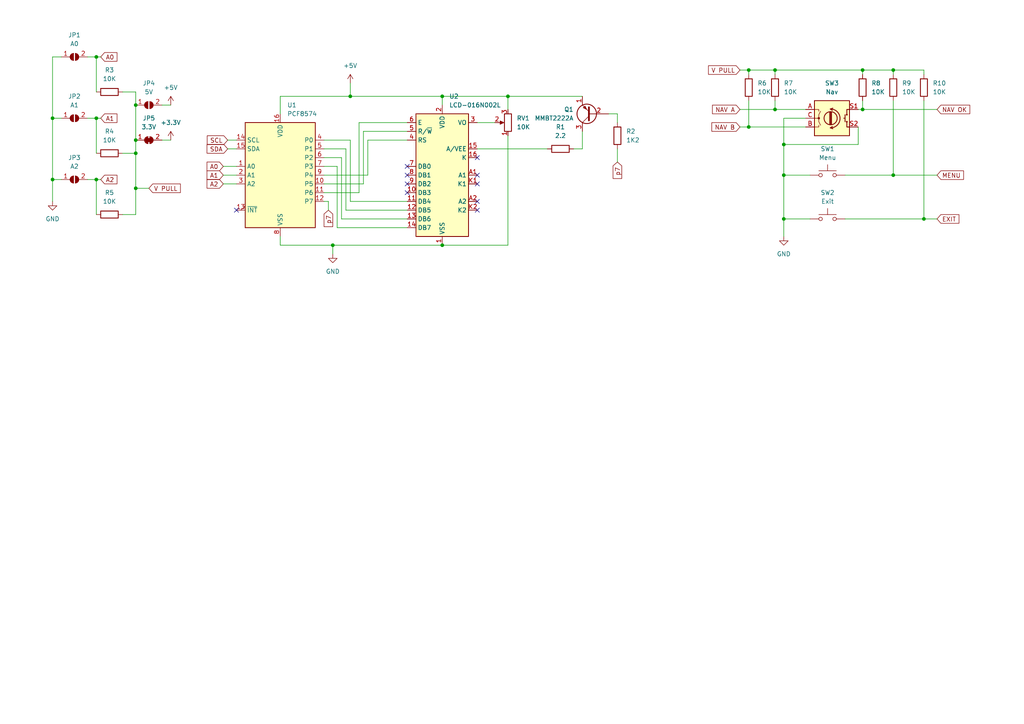
<source format=kicad_sch>
(kicad_sch (version 20211123) (generator eeschema)
  (paper "A4")
  (lib_symbols
    (symbol "Device:Q_PNP_EBC" (pin_names (offset 0) hide)
      (property "Reference" "Q" (at 5.08 1.27 0))
      (property "Value" "Q_PNP_EBC" (at 5.08 -1.27 0))
      (symbol "Q_PNP_EBC_0_1"
        (polyline (pts (xy 0.635 0.635) (xy 2.54 2.54)))
        (polyline (pts (xy 0.635 -0.635) (xy 2.54 -2.54) (xy 2.54 -2.54)))
        (polyline (pts (xy 0.635 1.905) (xy 0.635 -1.905) (xy 0.635 -1.905)) (stroke (width 0.508)))
        (polyline (pts (xy 2.286 -1.778) (xy 1.778 -2.286) (xy 1.27 -1.27) (xy 2.286 -1.778) (xy 2.286 -1.778)) (fill (type outline)))
        (circle (center 1.27 0) (radius 2.8194) (stroke (width 0.254)))
      )
      (symbol "Q_PNP_EBC_1_1"
        (pin passive line (at 2.54 -5.08 90) (length 2.54) (name "E") (number "1"))
        (pin input line (at -5.08 0 0) (length 5.715) (name "B") (number "2"))
        (pin passive line (at 2.54 5.08 270) (length 2.54) (name "C") (number "3"))
      )
    )
    (symbol "Device:R" (pin_numbers hide) (pin_names (offset 0))
      (property "Reference" "R" (at 2.032 0 90))
      (property "Value" "R" (at 0 0 90))
      (symbol "R_0_1"
        (rectangle (start -1.016 -2.54) (end 1.016 2.54) (stroke (width 0.254)))
      )
      (symbol "R_1_1"
        (pin passive line (at 0 3.81 270) (length 1.27) (name "~") (number "1"))
        (pin passive line (at 0 -3.81 90) (length 1.27) (name "~") (number "2"))
      )
    )
    (symbol "Device:R_Potentiometer" (pin_names (offset 1.016) hide)
      (property "Reference" "RV" (at -4.445 0 90))
      (property "Value" "R_Potentiometer" (at -2.54 0 90))
      (symbol "R_Potentiometer_0_1"
        (polyline (pts (xy 2.54 0) (xy 1.524 0)))
        (polyline (pts (xy 1.143 0) (xy 2.286 0.508) (xy 2.286 -0.508) (xy 1.143 0)) (fill (type outline)))
        (rectangle (start 1.016 2.54) (end -1.016 -2.54) (stroke (width 0.254)))
      )
      (symbol "R_Potentiometer_1_1"
        (pin passive line (at 0 3.81 270) (length 1.27) (name "1") (number "1"))
        (pin passive line (at 3.81 0 180) (length 1.27) (name "2") (number "2"))
        (pin passive line (at 0 -3.81 90) (length 1.27) (name "3") (number "3"))
      )
    )
    (symbol "Device:RotaryEncoder_Switch" (pin_names (offset 0.254) hide)
      (property "Reference" "SW" (at 0 6.604 0))
      (property "Value" "RotaryEncoder_Switch" (at 0 -6.604 0))
      (symbol "RotaryEncoder_Switch_0_1"
        (rectangle (start -5.08 5.08) (end 5.08 -5.08) (stroke (width 0.254)) (fill (type background)))
        (circle (center -3.81 0) (radius 0.254) (fill (type outline)))
        (arc (start -0.381 -2.794) (mid 2.3622 -0.0508) (end -0.381 2.667) (stroke (width 0.254)))
        (circle (center -0.381 0) (radius 1.905) (stroke (width 0.254)))
        (polyline (pts (xy -0.635 -1.778) (xy -0.635 1.778)) (stroke (width 0.254)))
        (polyline (pts (xy -0.381 -1.778) (xy -0.381 1.778)) (stroke (width 0.254)))
        (polyline (pts (xy -0.127 1.778) (xy -0.127 -1.778)) (stroke (width 0.254)))
        (polyline (pts (xy 3.81 0) (xy 3.429 0)) (stroke (width 0.254)))
        (polyline (pts (xy 3.81 1.016) (xy 3.81 -1.016)) (stroke (width 0.254)))
        (polyline (pts (xy -5.08 -2.54) (xy -3.81 -2.54) (xy -3.81 -2.032)))
        (polyline (pts (xy -5.08 2.54) (xy -3.81 2.54) (xy -3.81 2.032)))
        (polyline (pts (xy 0.254 -3.048) (xy -0.508 -2.794) (xy 0.127 -2.413)) (stroke (width 0.254)))
        (polyline (pts (xy 0.254 2.921) (xy -0.508 2.667) (xy 0.127 2.286)) (stroke (width 0.254)))
        (polyline (pts (xy 5.08 -2.54) (xy 4.318 -2.54) (xy 4.318 -1.016)) (stroke (width 0.254)))
        (polyline (pts (xy 5.08 2.54) (xy 4.318 2.54) (xy 4.318 1.016)) (stroke (width 0.254)))
        (polyline (pts (xy -5.08 0) (xy -3.81 0) (xy -3.81 -1.016) (xy -3.302 -2.032)))
        (polyline (pts (xy -4.318 0) (xy -3.81 0) (xy -3.81 1.016) (xy -3.302 2.032)))
        (circle (center 4.318 -1.016) (radius 0.127) (stroke (width 0.254)))
        (circle (center 4.318 1.016) (radius 0.127) (stroke (width 0.254)))
      )
      (symbol "RotaryEncoder_Switch_1_1"
        (pin passive line (at -7.62 2.54 0) (length 2.54) (name "A") (number "A"))
        (pin passive line (at -7.62 -2.54 0) (length 2.54) (name "B") (number "B"))
        (pin passive line (at -7.62 0 0) (length 2.54) (name "C") (number "C"))
        (pin passive line (at 7.62 2.54 180) (length 2.54) (name "S1") (number "S1"))
        (pin passive line (at 7.62 -2.54 180) (length 2.54) (name "S2") (number "S2"))
      )
    )
    (symbol "Display_Character:LCD-016N002L"
      (property "Reference" "U" (at -6.35 18.796 0))
      (property "Value" "LCD-016N002L" (at 8.636 18.796 0))
      (symbol "LCD-016N002L_1_1"
        (rectangle (start -7.62 17.78) (end 7.62 -17.78) (stroke (width 0.254)) (fill (type background)))
        (pin power_in line (at 0 -20.32 90) (length 2.54) (name "VSS") (number "1"))
        (pin bidirectional line (at -10.16 -5.08 0) (length 2.54) (name "DB3") (number "10"))
        (pin bidirectional line (at -10.16 -7.62 0) (length 2.54) (name "DB4") (number "11"))
        (pin bidirectional line (at -10.16 -10.16 0) (length 2.54) (name "DB5") (number "12"))
        (pin bidirectional line (at -10.16 -12.7 0) (length 2.54) (name "DB6") (number "13"))
        (pin bidirectional line (at -10.16 -15.24 0) (length 2.54) (name "DB7") (number "14"))
        (pin power_in line (at 10.16 7.62 180) (length 2.54) (name "A/VEE") (number "15"))
        (pin power_in line (at 10.16 5.08 180) (length 2.54) (name "K") (number "16"))
        (pin power_in line (at 0 20.32 270) (length 2.54) (name "VDD") (number "2"))
        (pin input line (at 10.16 15.24 180) (length 2.54) (name "VO") (number "3"))
        (pin input line (at -10.16 10.16 0) (length 2.54) (name "RS") (number "4"))
        (pin input line (at -10.16 12.7 0) (length 2.54) (name "R/~{W}") (number "5"))
        (pin input line (at -10.16 15.24 0) (length 2.54) (name "E") (number "6"))
        (pin bidirectional line (at -10.16 2.54 0) (length 2.54) (name "DB0") (number "7"))
        (pin bidirectional line (at -10.16 0 0) (length 2.54) (name "DB1") (number "8"))
        (pin bidirectional line (at -10.16 -2.54 0) (length 2.54) (name "DB2") (number "9"))
        (pin power_in line (at 10.16 0 180) (length 2.54) (name "A1") (number "A1"))
        (pin power_in line (at 10.16 -7.62 180) (length 2.54) (name "A2") (number "A2"))
        (pin power_in line (at 10.16 -2.54 180) (length 2.54) (name "K1") (number "K1"))
        (pin power_in line (at 10.16 -10.16 180) (length 2.54) (name "K2") (number "K2"))
      )
    )
    (symbol "Interface_Expansion:PCF8574"
      (property "Reference" "U" (at -8.89 16.51 0))
      (property "Value" "PCF8574" (at 2.54 16.51 0))
      (symbol "PCF8574_0_1"
        (rectangle (start -10.16 15.24) (end 10.16 -15.24) (stroke (width 0.254)) (fill (type background)))
      )
      (symbol "PCF8574_1_1"
        (pin input line (at -12.7 2.54 0) (length 2.54) (name "A0") (number "1"))
        (pin bidirectional line (at 12.7 -2.54 180) (length 2.54) (name "P5") (number "10"))
        (pin bidirectional line (at 12.7 -5.08 180) (length 2.54) (name "P6") (number "11"))
        (pin bidirectional line (at 12.7 -7.62 180) (length 2.54) (name "P7") (number "12"))
        (pin open_collector output_low (at -12.7 -10.16 0) (length 2.54) (name "~{INT}") (number "13"))
        (pin input line (at -12.7 10.16 0) (length 2.54) (name "SCL") (number "14"))
        (pin bidirectional line (at -12.7 7.62 0) (length 2.54) (name "SDA") (number "15"))
        (pin power_in line (at 0 17.78 270) (length 2.54) (name "VDD") (number "16"))
        (pin input line (at -12.7 0 0) (length 2.54) (name "A1") (number "2"))
        (pin input line (at -12.7 -2.54 0) (length 2.54) (name "A2") (number "3"))
        (pin bidirectional line (at 12.7 10.16 180) (length 2.54) (name "P0") (number "4"))
        (pin bidirectional line (at 12.7 7.62 180) (length 2.54) (name "P1") (number "5"))
        (pin bidirectional line (at 12.7 5.08 180) (length 2.54) (name "P2") (number "6"))
        (pin bidirectional line (at 12.7 2.54 180) (length 2.54) (name "P3") (number "7"))
        (pin power_in line (at 0 -17.78 90) (length 2.54) (name "VSS") (number "8"))
        (pin bidirectional line (at 12.7 0 180) (length 2.54) (name "P4") (number "9"))
      )
    )
    (symbol "Jumper:SolderJumper_2_Bridged" (pin_names (offset 0) hide)
      (property "Reference" "JP" (at 0 2.032 0))
      (property "Value" "SolderJumper_2_Bridged" (at 0 -2.54 0))
      (symbol "SolderJumper_2_Bridged_0_1"
        (rectangle (start -0.508 0.508) (end 0.508 -0.508) (fill (type outline)))
        (arc (start -0.254 1.016) (mid -1.27 0) (end -0.254 -1.016))
        (arc (start -0.254 1.016) (mid -1.27 0) (end -0.254 -1.016) (fill (type outline)))
        (polyline (pts (xy -0.254 1.016) (xy -0.254 -1.016)))
        (polyline (pts (xy 0.254 1.016) (xy 0.254 -1.016)))
        (arc (start 0.254 -1.016) (mid 1.27 0) (end 0.254 1.016))
        (arc (start 0.254 -1.016) (mid 1.27 0) (end 0.254 1.016) (fill (type outline)))
      )
      (symbol "SolderJumper_2_Bridged_1_1"
        (pin passive line (at -3.81 0 0) (length 2.54) (name "A") (number "1"))
        (pin passive line (at 3.81 0 180) (length 2.54) (name "B") (number "2"))
      )
    )
    (symbol "Jumper:SolderJumper_2_Open" (pin_names (offset 0) hide)
      (property "Reference" "JP" (at 0 2.032 0))
      (property "Value" "SolderJumper_2_Open" (at 0 -2.54 0))
      (symbol "SolderJumper_2_Open_0_1"
        (arc (start -0.254 1.016) (mid -1.27 0) (end -0.254 -1.016))
        (arc (start -0.254 1.016) (mid -1.27 0) (end -0.254 -1.016) (fill (type outline)))
        (polyline (pts (xy -0.254 1.016) (xy -0.254 -1.016)))
        (polyline (pts (xy 0.254 1.016) (xy 0.254 -1.016)))
        (arc (start 0.254 -1.016) (mid 1.27 0) (end 0.254 1.016))
        (arc (start 0.254 -1.016) (mid 1.27 0) (end 0.254 1.016) (fill (type outline)))
      )
      (symbol "SolderJumper_2_Open_1_1"
        (pin passive line (at -3.81 0 0) (length 2.54) (name "A") (number "1"))
        (pin passive line (at 3.81 0 180) (length 2.54) (name "B") (number "2"))
      )
    )
    (symbol "Switch:SW_Push" (pin_numbers hide) (pin_names (offset 1.016) hide)
      (property "Reference" "SW" (at 1.27 2.54 0))
      (property "Value" "SW_Push" (at 0 -1.524 0))
      (symbol "SW_Push_0_1"
        (circle (center -2.032 0) (radius 0.508))
        (polyline (pts (xy 0 1.27) (xy 0 3.048)))
        (polyline (pts (xy 2.54 1.27) (xy -2.54 1.27)))
        (circle (center 2.032 0) (radius 0.508))
        (pin passive line (at -5.08 0 0) (length 2.54) (name "1") (number "1"))
        (pin passive line (at 5.08 0 180) (length 2.54) (name "2") (number "2"))
      )
    )
    (symbol "power:+3.3V" (power) (pin_names (offset 0))
      (property "Value" "+3.3V" (at 0 3.556 0))
      (symbol "+3.3V_0_1"
        (polyline (pts (xy -0.762 1.27) (xy 0 2.54)))
        (polyline (pts (xy 0 0) (xy 0 2.54)))
        (polyline (pts (xy 0 2.54) (xy 0.762 1.27)))
      )
      (symbol "+3.3V_1_1"
        (pin power_in line (at 0 0 90) (length 0) hide (name "+3.3V") (number "1"))
      )
    )
    (symbol "power:+5V" (power) (pin_names (offset 0))
      (property "Value" "+5V" (at 0 3.556 0))
      (symbol "+5V_0_1"
        (polyline (pts (xy -0.762 1.27) (xy 0 2.54)))
        (polyline (pts (xy 0 0) (xy 0 2.54)))
        (polyline (pts (xy 0 2.54) (xy 0.762 1.27)))
      )
      (symbol "+5V_1_1"
        (pin power_in line (at 0 0 90) (length 0) hide (name "+5V") (number "1"))
      )
    )
    (symbol "power:GND" (power) (pin_names (offset 0))
      (property "Value" "GND" (at 0 -3.81 0))
      (symbol "GND_0_1"
        (polyline (pts (xy 0 0) (xy 0 -1.27) (xy 1.27 -1.27) (xy 0 -2.54) (xy -1.27 -1.27) (xy 0 -1.27)))
      )
      (symbol "GND_1_1"
        (pin power_in line (at 0 0 270) (length 0) hide (name "GND") (number "1"))
      )
    )
  )
  (junction (at 250.19 20.32))
  (junction (at 96.52 71.12))
  (junction (at 15.24 52.07))
  (junction (at 128.27 27.94))
  (junction (at 101.6 27.94))
  (junction (at 227.33 50.8))
  (junction (at 217.17 36.83))
  (junction (at 224.79 31.75))
  (junction (at 39.37 40.64))
  (junction (at 227.33 63.5))
  (junction (at 39.37 54.61))
  (junction (at 15.24 34.29))
  (junction (at 259.08 50.8))
  (junction (at 39.37 30.48))
  (junction (at 39.37 44.45))
  (junction (at 27.94 34.29))
  (junction (at 128.27 71.12))
  (junction (at 27.94 16.51))
  (junction (at 147.32 27.94))
  (junction (at 250.19 31.75))
  (junction (at 27.94 52.07))
  (junction (at 227.33 41.91))
  (junction (at 267.97 63.5))
  (junction (at 259.08 20.32))
  (junction (at 224.79 20.32))
  (junction (at 217.17 20.32))
  (no_connect (at 118.11 53.34))
  (no_connect (at 138.43 53.34))
  (no_connect (at 138.43 60.96))
  (no_connect (at 118.11 50.8))
  (no_connect (at 138.43 50.8))
  (no_connect (at 118.11 48.26))
  (no_connect (at 68.58 60.96))
  (no_connect (at 138.43 58.42))
  (no_connect (at 118.11 55.88))
  (no_connect (at 138.43 45.72))
  (wire (pts (xy 93.98 43.18) (xy 100.33 43.18)))
  (wire (pts (xy 250.19 31.75) (xy 271.78 31.75)))
  (wire (pts (xy 267.97 29.21) (xy 267.97 63.5)))
  (wire (pts (xy 25.4 16.51) (xy 27.94 16.51)))
  (wire (pts (xy 224.79 29.21) (xy 224.79 31.75)))
  (wire (pts (xy 233.68 34.29) (xy 227.33 34.29)))
  (wire (pts (xy 15.24 52.07) (xy 15.24 58.42)))
  (wire (pts (xy 81.28 71.12) (xy 96.52 71.12)))
  (wire (pts (xy 227.33 34.29) (xy 227.33 41.91)))
  (wire (pts (xy 27.94 16.51) (xy 29.21 16.51)))
  (wire (pts (xy 105.41 53.34) (xy 105.41 38.1)))
  (wire (pts (xy 25.4 52.07) (xy 27.94 52.07)))
  (wire (pts (xy 128.27 30.48) (xy 128.27 27.94)))
  (wire (pts (xy 27.94 52.07) (xy 27.94 62.23)))
  (wire (pts (xy 128.27 71.12) (xy 147.32 71.12)))
  (wire (pts (xy 27.94 34.29) (xy 27.94 44.45)))
  (wire (pts (xy 64.77 50.8) (xy 68.58 50.8)))
  (wire (pts (xy 147.32 31.75) (xy 147.32 27.94)))
  (wire (pts (xy 27.94 52.07) (xy 29.21 52.07)))
  (wire (pts (xy 217.17 20.32) (xy 214.63 20.32)))
  (wire (pts (xy 250.19 29.21) (xy 250.19 31.75)))
  (wire (pts (xy 39.37 62.23) (xy 39.37 54.61)))
  (wire (pts (xy 64.77 53.34) (xy 68.58 53.34)))
  (wire (pts (xy 214.63 31.75) (xy 224.79 31.75)))
  (wire (pts (xy 81.28 27.94) (xy 81.28 33.02)))
  (wire (pts (xy 106.68 40.64) (xy 118.11 40.64)))
  (wire (pts (xy 248.92 36.83) (xy 248.92 41.91)))
  (wire (pts (xy 66.04 40.64) (xy 68.58 40.64)))
  (wire (pts (xy 93.98 40.64) (xy 101.6 40.64)))
  (wire (pts (xy 93.98 53.34) (xy 105.41 53.34)))
  (wire (pts (xy 248.92 31.75) (xy 250.19 31.75)))
  (wire (pts (xy 227.33 63.5) (xy 227.33 68.58)))
  (wire (pts (xy 96.52 73.66) (xy 96.52 71.12)))
  (wire (pts (xy 39.37 44.45) (xy 39.37 40.64)))
  (wire (pts (xy 259.08 29.21) (xy 259.08 50.8)))
  (wire (pts (xy 168.91 43.18) (xy 166.37 43.18)))
  (wire (pts (xy 217.17 21.59) (xy 217.17 20.32)))
  (wire (pts (xy 224.79 31.75) (xy 233.68 31.75)))
  (wire (pts (xy 100.33 43.18) (xy 100.33 60.96)))
  (wire (pts (xy 104.14 35.56) (xy 118.11 35.56)))
  (wire (pts (xy 101.6 40.64) (xy 101.6 58.42)))
  (wire (pts (xy 99.06 63.5) (xy 118.11 63.5)))
  (wire (pts (xy 64.77 48.26) (xy 68.58 48.26)))
  (wire (pts (xy 17.78 34.29) (xy 15.24 34.29)))
  (wire (pts (xy 250.19 20.32) (xy 224.79 20.32)))
  (wire (pts (xy 97.79 66.04) (xy 118.11 66.04)))
  (wire (pts (xy 101.6 27.94) (xy 128.27 27.94)))
  (wire (pts (xy 101.6 24.13) (xy 101.6 27.94)))
  (wire (pts (xy 179.07 33.02) (xy 179.07 35.56)))
  (wire (pts (xy 39.37 26.67) (xy 39.37 30.48)))
  (wire (pts (xy 66.04 43.18) (xy 68.58 43.18)))
  (wire (pts (xy 267.97 21.59) (xy 267.97 20.32)))
  (wire (pts (xy 104.14 55.88) (xy 104.14 35.56)))
  (wire (pts (xy 217.17 20.32) (xy 224.79 20.32)))
  (wire (pts (xy 27.94 34.29) (xy 29.21 34.29)))
  (wire (pts (xy 81.28 68.58) (xy 81.28 71.12)))
  (wire (pts (xy 97.79 48.26) (xy 97.79 66.04)))
  (wire (pts (xy 227.33 50.8) (xy 227.33 63.5)))
  (wire (pts (xy 214.63 36.83) (xy 217.17 36.83)))
  (wire (pts (xy 267.97 20.32) (xy 259.08 20.32)))
  (wire (pts (xy 259.08 50.8) (xy 271.78 50.8)))
  (wire (pts (xy 217.17 29.21) (xy 217.17 36.83)))
  (wire (pts (xy 39.37 54.61) (xy 43.18 54.61)))
  (wire (pts (xy 106.68 50.8) (xy 106.68 40.64)))
  (wire (pts (xy 227.33 50.8) (xy 234.95 50.8)))
  (wire (pts (xy 39.37 54.61) (xy 39.37 44.45)))
  (wire (pts (xy 179.07 43.18) (xy 179.07 46.99)))
  (wire (pts (xy 245.11 50.8) (xy 259.08 50.8)))
  (wire (pts (xy 100.33 60.96) (xy 118.11 60.96)))
  (wire (pts (xy 259.08 21.59) (xy 259.08 20.32)))
  (wire (pts (xy 224.79 21.59) (xy 224.79 20.32)))
  (wire (pts (xy 93.98 55.88) (xy 104.14 55.88)))
  (wire (pts (xy 267.97 63.5) (xy 271.78 63.5)))
  (wire (pts (xy 227.33 63.5) (xy 234.95 63.5)))
  (wire (pts (xy 176.53 33.02) (xy 179.07 33.02)))
  (wire (pts (xy 35.56 44.45) (xy 39.37 44.45)))
  (wire (pts (xy 217.17 36.83) (xy 233.68 36.83)))
  (wire (pts (xy 101.6 27.94) (xy 81.28 27.94)))
  (wire (pts (xy 17.78 52.07) (xy 15.24 52.07)))
  (wire (pts (xy 27.94 16.51) (xy 27.94 26.67)))
  (wire (pts (xy 138.43 35.56) (xy 143.51 35.56)))
  (wire (pts (xy 259.08 20.32) (xy 250.19 20.32)))
  (wire (pts (xy 147.32 39.37) (xy 147.32 71.12)))
  (wire (pts (xy 93.98 58.42) (xy 95.25 58.42)))
  (wire (pts (xy 147.32 27.94) (xy 168.91 27.94)))
  (wire (pts (xy 15.24 16.51) (xy 15.24 34.29)))
  (wire (pts (xy 46.99 30.48) (xy 49.53 30.48)))
  (wire (pts (xy 101.6 58.42) (xy 118.11 58.42)))
  (wire (pts (xy 96.52 71.12) (xy 128.27 71.12)))
  (wire (pts (xy 25.4 34.29) (xy 27.94 34.29)))
  (wire (pts (xy 35.56 62.23) (xy 39.37 62.23)))
  (wire (pts (xy 93.98 45.72) (xy 99.06 45.72)))
  (wire (pts (xy 248.92 41.91) (xy 227.33 41.91)))
  (wire (pts (xy 46.99 40.64) (xy 49.53 40.64)))
  (wire (pts (xy 93.98 48.26) (xy 97.79 48.26)))
  (wire (pts (xy 245.11 63.5) (xy 267.97 63.5)))
  (wire (pts (xy 168.91 38.1) (xy 168.91 43.18)))
  (wire (pts (xy 99.06 45.72) (xy 99.06 63.5)))
  (wire (pts (xy 105.41 38.1) (xy 118.11 38.1)))
  (wire (pts (xy 138.43 43.18) (xy 158.75 43.18)))
  (wire (pts (xy 93.98 50.8) (xy 106.68 50.8)))
  (wire (pts (xy 227.33 41.91) (xy 227.33 50.8)))
  (wire (pts (xy 35.56 26.67) (xy 39.37 26.67)))
  (wire (pts (xy 15.24 34.29) (xy 15.24 52.07)))
  (wire (pts (xy 95.25 58.42) (xy 95.25 60.96)))
  (wire (pts (xy 147.32 27.94) (xy 128.27 27.94)))
  (wire (pts (xy 39.37 30.48) (xy 39.37 40.64)))
  (wire (pts (xy 250.19 21.59) (xy 250.19 20.32)))
  (wire (pts (xy 17.78 16.51) (xy 15.24 16.51)))
  (global_label "NAV B" (shape input) (at 214.63 36.83 180) (property "Intersheet References" "${INTERSHEET_REFS}" (effects hide)))
  (global_label "A1" (shape input) (at 64.77 50.8 180) (property "Intersheet References" "${INTERSHEET_REFS}" (effects hide)))
  (global_label "A2" (shape input) (at 29.21 52.07 0) (property "Intersheet References" "${INTERSHEET_REFS}" (effects hide)))
  (global_label "p7" (shape input) (at 95.25 60.96 270) (property "Intersheet References" "${INTERSHEET_REFS}" (effects hide)))
  (global_label "V PULL" (shape input) (at 43.18 54.61 0) (property "Intersheet References" "${INTERSHEET_REFS}" (effects hide)))
  (global_label "NAV OK" (shape input) (at 271.78 31.75 0) (property "Intersheet References" "${INTERSHEET_REFS}" (effects hide)))
  (global_label "A0" (shape input) (at 29.21 16.51 0) (property "Intersheet References" "${INTERSHEET_REFS}" (effects hide)))
  (global_label "A0" (shape input) (at 64.77 48.26 180) (property "Intersheet References" "${INTERSHEET_REFS}" (effects hide)))
  (global_label "V PULL" (shape input) (at 214.63 20.32 180) (property "Intersheet References" "${INTERSHEET_REFS}" (effects hide)))
  (global_label "A1" (shape input) (at 29.21 34.29 0) (property "Intersheet References" "${INTERSHEET_REFS}" (effects hide)))
  (global_label "p7" (shape input) (at 179.07 46.99 270) (property "Intersheet References" "${INTERSHEET_REFS}" (effects hide)))
  (global_label "A2" (shape input) (at 64.77 53.34 180) (property "Intersheet References" "${INTERSHEET_REFS}" (effects hide)))
  (global_label "EXIT" (shape input) (at 271.78 63.5 0) (property "Intersheet References" "${INTERSHEET_REFS}" (effects hide)))
  (global_label "SDA" (shape input) (at 66.04 43.18 180) (property "Intersheet References" "${INTERSHEET_REFS}" (effects hide)))
  (global_label "MENU" (shape input) (at 271.78 50.8 0) (property "Intersheet References" "${INTERSHEET_REFS}" (effects hide)))
  (global_label "SCL" (shape input) (at 66.04 40.64 180) (property "Intersheet References" "${INTERSHEET_REFS}" (effects hide)))
  (global_label "NAV A" (shape input) (at 214.63 31.75 180) (property "Intersheet References" "${INTERSHEET_REFS}" (effects hide)))
  (symbol (lib_id "power:+3.3V") (at 49.53 40.64 0) (unit 1)
    (property "Reference" "#PWR03" (effects hide))
    (property "Value" "+3.3V" (at 49.53 35.56 0))
  )
  (symbol (lib_id "Device:R") (at 224.79 25.4 0) (unit 1)
    (property "Reference" "R7" (at 227.33 24.1299 0) (effects (justify left)))
    (property "Value" "10K" (at 227.33 26.6699 0) (effects (justify left)))
  )
  (symbol (lib_id "Jumper:SolderJumper_2_Open") (at 21.59 52.07 0) (unit 1)
    (property "Reference" "JP3" (at 21.59 45.72 0))
    (property "Value" "A2" (at 21.59 48.26 0))
  )
  (symbol (lib_id "Switch:SW_Push") (at 240.03 50.8 0) (unit 1)
    (property "Reference" "SW1" (at 240.03 43.18 0))
    (property "Value" "Menu" (at 240.03 45.72 0))
  )
  (symbol (lib_id "Switch:SW_Push") (at 240.03 63.5 0) (unit 1)
    (property "Reference" "SW2" (at 240.03 55.88 0))
    (property "Value" "Exit" (at 240.03 58.42 0))
  )
  (symbol (lib_id "Device:R") (at 31.75 62.23 90) (unit 1)
    (property "Reference" "R5" (at 31.75 55.88 90))
    (property "Value" "10K" (at 31.75 58.42 90))
  )
  (symbol (lib_id "Device:R") (at 179.07 39.37 180) (unit 1)
    (property "Reference" "R2" (at 181.61 38.0999 0) (effects (justify right)))
    (property "Value" "1K2" (at 181.61 40.6399 0) (effects (justify right)))
  )
  (symbol (lib_id "Device:R") (at 162.56 43.18 270) (mirror x) (unit 1)
    (property "Reference" "R1" (at 162.56 36.83 90))
    (property "Value" "2.2" (at 162.56 39.37 90))
  )
  (symbol (lib_id "Jumper:SolderJumper_2_Bridged") (at 43.18 40.64 0) (unit 1)
    (property "Reference" "JP5" (at 43.18 34.29 0))
    (property "Value" "3.3V" (at 43.18 36.83 0))
  )
  (symbol (lib_id "Device:RotaryEncoder_Switch") (at 241.3 34.29 0) (unit 1)
    (property "Reference" "SW3" (at 241.3 24.13 0))
    (property "Value" "Nav" (at 241.3 26.67 0))
  )
  (symbol (lib_id "Jumper:SolderJumper_2_Open") (at 43.18 30.48 0) (unit 1)
    (property "Reference" "JP4" (at 43.18 24.13 0))
    (property "Value" "5V" (at 43.18 26.67 0))
  )
  (symbol (lib_id "Device:R") (at 267.97 25.4 0) (unit 1)
    (property "Reference" "R10" (at 270.51 24.1299 0) (effects (justify left)))
    (property "Value" "10K" (at 270.51 26.6699 0) (effects (justify left)))
  )
  (symbol (lib_id "Display_Character:LCD-016N002L") (at 128.27 50.8 0) (unit 1)
    (property "Reference" "U2" (at 130.2894 27.94 0) (effects (justify left)))
    (property "Value" "LCD-016N002L" (at 130.2894 30.48 0) (effects (justify left)))
    (property "Footprint" "Display:LCD-016N002L" (effects hide))
    (property "Datasheet" "http://www.vishay.com/docs/37299/37299.pdf" (effects hide))
  )
  (symbol (lib_id "Jumper:SolderJumper_2_Open") (at 21.59 34.29 0) (unit 1)
    (property "Reference" "JP2" (at 21.59 27.94 0))
    (property "Value" "A1" (at 21.59 30.48 0))
  )
  (symbol (lib_id "Device:R") (at 31.75 44.45 90) (unit 1)
    (property "Reference" "R4" (at 31.75 38.1 90))
    (property "Value" "10K" (at 31.75 40.64 90))
  )
  (symbol (lib_id "Device:Q_PNP_EBC") (at 171.45 33.02 180) (unit 1)
    (property "Reference" "Q1" (at 166.37 31.7499 0) (effects (justify left)))
    (property "Value" "MMBT2222A" (at 166.37 34.2899 0) (effects (justify left)))
    (property "Footprint" "Package_TO_SOT_SMD:SOT-23" (effects hide))
    (property "Datasheet" "https://www.mouser.co.id/ProductDetail/Diodes-Incorporated/MMBT2222A-7-F?qs=G7Qimwij5NgJLDBj1%2FHVqA%3D%3D" (effects hide))
  )
  (symbol (lib_id "Device:R") (at 217.17 25.4 0) (unit 1)
    (property "Reference" "R6" (at 219.71 24.1299 0) (effects (justify left)))
    (property "Value" "10K" (at 219.71 26.6699 0) (effects (justify left)))
  )
  (symbol (lib_id "Device:R") (at 31.75 26.67 90) (unit 1)
    (property "Reference" "R3" (at 31.75 20.32 90))
    (property "Value" "10K" (at 31.75 22.86 90))
  )
  (symbol (lib_id "power:GND") (at 96.52 73.66 0) (unit 1)
    (property "Reference" "#PWR04" (effects hide))
    (property "Value" "GND" (at 96.52 78.74 0))
  )
  (symbol (lib_id "power:+5V") (at 49.53 30.48 0) (unit 1)
    (property "Reference" "#PWR02" (effects hide))
    (property "Value" "+5V" (at 49.53 25.4 0))
  )
  (symbol (lib_id "power:GND") (at 227.33 68.58 0) (unit 1)
    (property "Reference" "#PWR06" (effects hide))
    (property "Value" "GND" (at 227.33 73.66 0))
  )
  (symbol (lib_id "Jumper:SolderJumper_2_Open") (at 21.59 16.51 0) (unit 1)
    (property "Reference" "JP1" (at 21.59 10.16 0))
    (property "Value" "A0" (at 21.59 12.7 0))
  )
  (symbol (lib_id "power:GND") (at 15.24 58.42 0) (unit 1)
    (property "Reference" "#PWR01" (effects hide))
    (property "Value" "GND" (at 15.24 63.5 0))
  )
  (symbol (lib_id "power:+5V") (at 101.6 24.13 0) (unit 1)
    (property "Reference" "#PWR05" (effects hide))
    (property "Value" "+5V" (at 101.6 19.05 0))
  )
  (symbol (lib_id "Device:R_Potentiometer") (at 147.32 35.56 180) (unit 1)
    (property "Reference" "RV1" (at 149.86 34.2899 0) (effects (justify right)))
    (property "Value" "10K" (at 149.86 36.8299 0) (effects (justify right)))
  )
  (symbol (lib_id "Device:R") (at 250.19 25.4 0) (unit 1)
    (property "Reference" "R8" (at 252.73 24.1299 0) (effects (justify left)))
    (property "Value" "10K" (at 252.73 26.6699 0) (effects (justify left)))
  )
  (symbol (lib_id "Interface_Expansion:PCF8574") (at 81.28 50.8 0) (unit 1)
    (property "Reference" "U1" (at 83.2994 30.48 0) (effects (justify left)))
    (property "Value" "PCF8574" (at 83.2994 33.02 0) (effects (justify left)))
    (property "Datasheet" "http://www.nxp.com/documents/data_sheet/PCF8574_PCF8574A.pdf" (effects hide))
  )
  (symbol (lib_id "Device:R") (at 259.08 25.4 0) (unit 1)
    (property "Reference" "R9" (at 261.62 24.1299 0) (effects (justify left)))
    (property "Value" "10K" (at 261.62 26.6699 0) (effects (justify left)))
  )
)
</source>
